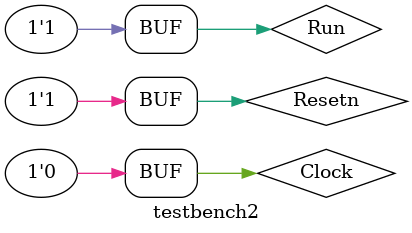
<source format=v>
module testbench2();
	reg Resetn, Clock, Run;
	wire Done, f, zero;
	wire [2:0] Tstep_Q;
	wire [15:0] r0, r1, r2, r3, r4, r5, r6, pc, a, g, DIN, addr, dout, DATA;

   projetoProcessador proc(Resetn, Clock, Run, Done,r0, r1, r2, r3, r4, r5, r6, pc,DIN);

   initial begin
        Clock = 1'b0;
        Run = 1'b1;
        Resetn = 1'b1;
		  $monitor("T%d | Done: %b | r0: %h | r1: %h | r2: %h | r3: %h | r4: %h | r5: %h | r6: %h | buswires: %h | pc: %h | pc_incr: %b\naddr: %d | addr_in: %b | DATA: %h | dout: %h | dout_in: %b | a: %h | g: %h | f: %d | F_in: %b | zero: %b | IR: %16b | W: %b\n", 
		  proc.Tstep_Q, Done, proc.r0,proc.r1,proc.r2,proc.r3,proc.r4,proc.r5,proc.r6, proc.BusWires, proc.PC,proc.pc_incr, proc.endereco, proc.addr_in, proc.data, proc.DadoMem, proc.DOUT_in, proc.RA_out,proc.G,proc.F, proc.f_in, proc.zeroULA, proc.saidaIR,proc.wren);
    end

   initial begin
		  $display("-------------------------------------- mv r0, #5 --------------------------------------");
		  Clock = ~Clock;
        #1
        Clock = ~Clock;
        #1
        Clock = ~Clock;
        #1
        Clock = ~Clock;
        #1
        Clock = ~Clock;
        #1
        Clock = ~Clock;
        #1
        Clock = ~Clock;
        #1
        Clock = ~Clock;
        #1
		  
		  $display("-------------------------------------- mvt r1, #0xFF --------------------------------------");
		  Clock = ~Clock;
        #1
        Clock = ~Clock;
        #1
        Clock = ~Clock;
        #1
        Clock = ~Clock;
        #1
        Clock = ~Clock;
        #1
        Clock = ~Clock;
        #1
        Clock = ~Clock;
        #1
        Clock = ~Clock;
        #1
		  
		  
        $display("-------------------------------------- add r1, #0xFF --------------------------------------");
        Clock = ~Clock;
        #1
        Clock = ~Clock;
        #1
        Clock = ~Clock;
        #1
        Clock = ~Clock;
        #1
        Clock = ~Clock;
        #1
        Clock = ~Clock;
        #1
        Clock = ~Clock;
        #1
        Clock = ~Clock;
        #1
        Clock = ~Clock;
        #1
        Clock = ~Clock;
		  #1
        Clock = ~Clock;
        #1
        Clock = ~Clock;
        #1

        $display("-------------------------------------- sub r1, r0 --------------------------------------");
        Clock = ~Clock;
        #1
        Clock = ~Clock;
        #1
        Clock = ~Clock;
        #1
        Clock = ~Clock;
        #1
        Clock = ~Clock;
        #1
        Clock = ~Clock;
        #1
        Clock = ~Clock;
        #1
        Clock = ~Clock;
		  #1
		  Clock = ~Clock;
        #1
        Clock = ~Clock;
		  #1
        Clock = ~Clock;
        #1
        Clock = ~Clock;
        #1
        
		  $display("-------------------------------------- add r1, #1 --------------------------------------");
		  Clock = ~Clock;
        #1
        Clock = ~Clock;
        #1
		  Clock = ~Clock;
        #1
        Clock = ~Clock;
        #1
		  Clock = ~Clock;
        #1
        Clock = ~Clock;
        #1
		  Clock = ~Clock;
        #1
        Clock = ~Clock;
        #1
		  Clock = ~Clock;
        #1
        Clock = ~Clock;
        #1
		  Clock = ~Clock;
        #1
        Clock = ~Clock;
        #1

        Clock = ~Clock;
        #1
        Clock = ~Clock;
    end
endmodule
 
</source>
